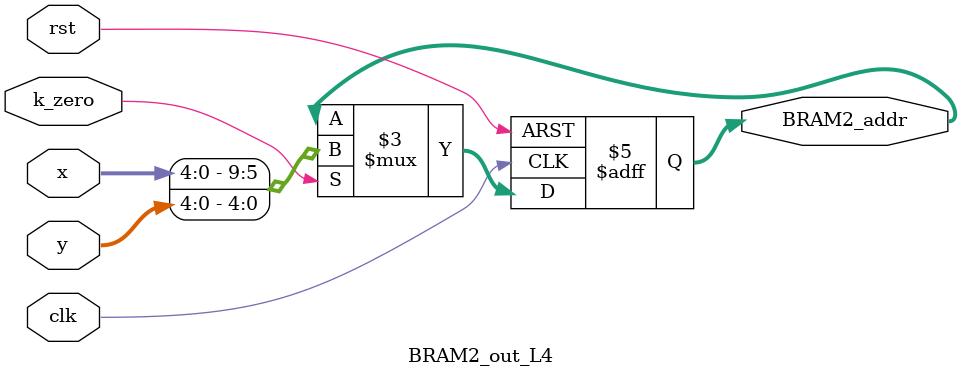
<source format=v>
module BRAM2_out_L4(BRAM2_addr,clk,rst,k_zero,x,y);
output reg [9:0] BRAM2_addr;
input clk,rst,k_zero;
input [4:0] x,y;
//input [2:0] R;

always @ (posedge clk or negedge rst)
	begin
		if (! rst ) 
			BRAM2_addr<=0;
		else if(k_zero)
			BRAM2_addr<={x,y};
	end

endmodule

</source>
